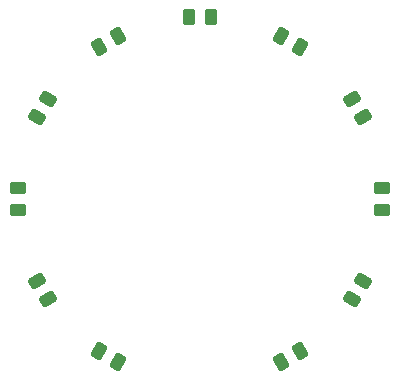
<source format=gbr>
%TF.GenerationSoftware,KiCad,Pcbnew,9.0.4*%
%TF.CreationDate,2026-01-01T20:18:17+00:00*%
%TF.ProjectId,rotary-switch,726f7461-7279-42d7-9377-697463682e6b,rev?*%
%TF.SameCoordinates,Original*%
%TF.FileFunction,Paste,Top*%
%TF.FilePolarity,Positive*%
%FSLAX46Y46*%
G04 Gerber Fmt 4.6, Leading zero omitted, Abs format (unit mm)*
G04 Created by KiCad (PCBNEW 9.0.4) date 2026-01-01 20:18:17*
%MOMM*%
%LPD*%
G01*
G04 APERTURE LIST*
G04 Aperture macros list*
%AMRoundRect*
0 Rectangle with rounded corners*
0 $1 Rounding radius*
0 $2 $3 $4 $5 $6 $7 $8 $9 X,Y pos of 4 corners*
0 Add a 4 corners polygon primitive as box body*
4,1,4,$2,$3,$4,$5,$6,$7,$8,$9,$2,$3,0*
0 Add four circle primitives for the rounded corners*
1,1,$1+$1,$2,$3*
1,1,$1+$1,$4,$5*
1,1,$1+$1,$6,$7*
1,1,$1+$1,$8,$9*
0 Add four rect primitives between the rounded corners*
20,1,$1+$1,$2,$3,$4,$5,0*
20,1,$1+$1,$4,$5,$6,$7,0*
20,1,$1+$1,$6,$7,$8,$9,0*
20,1,$1+$1,$8,$9,$2,$3,0*%
G04 Aperture macros list end*
%ADD10RoundRect,0.250000X0.002332X0.520961X-0.452332X0.258461X-0.002332X-0.520961X0.452332X-0.258461X0*%
%ADD11RoundRect,0.250000X-0.258461X0.452332X-0.520961X-0.002332X0.258461X-0.452332X0.520961X0.002332X0*%
%ADD12RoundRect,0.250000X-0.450000X0.262500X-0.450000X-0.262500X0.450000X-0.262500X0.450000X0.262500X0*%
%ADD13RoundRect,0.250000X-0.520961X0.002332X-0.258461X-0.452332X0.520961X-0.002332X0.258461X0.452332X0*%
%ADD14RoundRect,0.250000X-0.452332X-0.258461X0.002332X-0.520961X0.452332X0.258461X-0.002332X0.520961X0*%
%ADD15RoundRect,0.250000X-0.262500X-0.450000X0.262500X-0.450000X0.262500X0.450000X-0.262500X0.450000X0*%
%ADD16RoundRect,0.250000X-0.002332X-0.520961X0.452332X-0.258461X0.002332X0.520961X-0.452332X0.258461X0*%
%ADD17RoundRect,0.250000X0.258461X-0.452332X0.520961X0.002332X-0.258461X0.452332X-0.520961X-0.002332X0*%
%ADD18RoundRect,0.250000X0.450000X-0.262500X0.450000X0.262500X-0.450000X0.262500X-0.450000X-0.262500X0*%
%ADD19RoundRect,0.250000X0.520961X-0.002332X0.258461X0.452332X-0.520961X0.002332X-0.258461X-0.452332X0*%
%ADD20RoundRect,0.250000X0.452332X0.258461X-0.002332X0.520961X-0.452332X-0.258461X0.002332X-0.520961X0*%
G04 APERTURE END LIST*
D10*
%TO.C,R11*%
X119687246Y-70135737D03*
X118106750Y-71048239D03*
%TD*%
D11*
%TO.C,R10*%
X124992235Y-64162755D03*
X124079737Y-65743249D03*
%TD*%
D12*
%TO.C,R9*%
X126599998Y-56337506D03*
X126600002Y-58162494D03*
%TD*%
D13*
%TO.C,R8*%
X124079735Y-48756754D03*
X124992241Y-50337248D03*
%TD*%
D14*
%TO.C,R7*%
X118106750Y-43451765D03*
X119687250Y-44364261D03*
%TD*%
D15*
%TO.C,R6*%
X110281505Y-41843999D03*
X112106507Y-41843999D03*
%TD*%
D16*
%TO.C,R5*%
X102700758Y-44364258D03*
X104281252Y-43451758D03*
%TD*%
D17*
%TO.C,R4*%
X97395765Y-50337240D03*
X98308263Y-48756746D03*
%TD*%
D18*
%TO.C,R3*%
X95787999Y-58162494D03*
X95787997Y-56337494D03*
%TD*%
D19*
%TO.C,R2*%
X98308261Y-65743249D03*
X97395759Y-64162755D03*
%TD*%
D20*
%TO.C,R1*%
X104281248Y-71048236D03*
X102700752Y-70135738D03*
%TD*%
M02*

</source>
